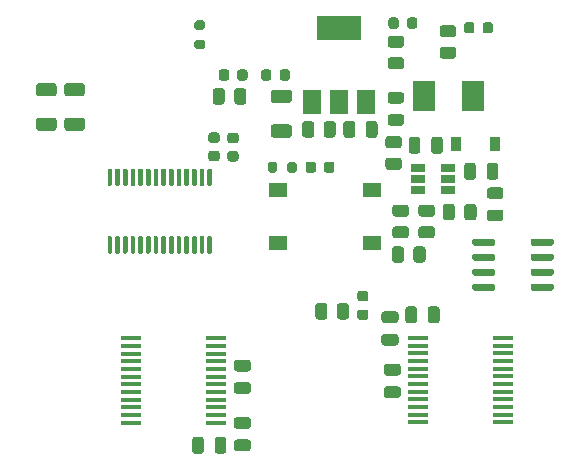
<source format=gbr>
%TF.GenerationSoftware,KiCad,Pcbnew,5.1.10*%
%TF.CreationDate,2021-06-13T09:42:38+02:00*%
%TF.ProjectId,nsumo,6e73756d-6f2e-46b6-9963-61645f706362,rev?*%
%TF.SameCoordinates,Original*%
%TF.FileFunction,Paste,Top*%
%TF.FilePolarity,Positive*%
%FSLAX46Y46*%
G04 Gerber Fmt 4.6, Leading zero omitted, Abs format (unit mm)*
G04 Created by KiCad (PCBNEW 5.1.10) date 2021-06-13 09:42:38*
%MOMM*%
%LPD*%
G01*
G04 APERTURE LIST*
%ADD10R,1.500000X2.000000*%
%ADD11R,3.800000X2.000000*%
%ADD12R,1.550000X1.300000*%
%ADD13R,1.220000X0.650000*%
%ADD14R,1.900000X2.500000*%
%ADD15R,0.900000X1.200000*%
%ADD16R,1.750000X0.450000*%
G04 APERTURE END LIST*
%TO.C,U7*%
G36*
G01*
X71000000Y-119495000D02*
X71000000Y-119195000D01*
G75*
G02*
X71150000Y-119045000I150000J0D01*
G01*
X72800000Y-119045000D01*
G75*
G02*
X72950000Y-119195000I0J-150000D01*
G01*
X72950000Y-119495000D01*
G75*
G02*
X72800000Y-119645000I-150000J0D01*
G01*
X71150000Y-119645000D01*
G75*
G02*
X71000000Y-119495000I0J150000D01*
G01*
G37*
G36*
G01*
X71000000Y-120765000D02*
X71000000Y-120465000D01*
G75*
G02*
X71150000Y-120315000I150000J0D01*
G01*
X72800000Y-120315000D01*
G75*
G02*
X72950000Y-120465000I0J-150000D01*
G01*
X72950000Y-120765000D01*
G75*
G02*
X72800000Y-120915000I-150000J0D01*
G01*
X71150000Y-120915000D01*
G75*
G02*
X71000000Y-120765000I0J150000D01*
G01*
G37*
G36*
G01*
X71000000Y-122035000D02*
X71000000Y-121735000D01*
G75*
G02*
X71150000Y-121585000I150000J0D01*
G01*
X72800000Y-121585000D01*
G75*
G02*
X72950000Y-121735000I0J-150000D01*
G01*
X72950000Y-122035000D01*
G75*
G02*
X72800000Y-122185000I-150000J0D01*
G01*
X71150000Y-122185000D01*
G75*
G02*
X71000000Y-122035000I0J150000D01*
G01*
G37*
G36*
G01*
X71000000Y-123305000D02*
X71000000Y-123005000D01*
G75*
G02*
X71150000Y-122855000I150000J0D01*
G01*
X72800000Y-122855000D01*
G75*
G02*
X72950000Y-123005000I0J-150000D01*
G01*
X72950000Y-123305000D01*
G75*
G02*
X72800000Y-123455000I-150000J0D01*
G01*
X71150000Y-123455000D01*
G75*
G02*
X71000000Y-123305000I0J150000D01*
G01*
G37*
G36*
G01*
X66050000Y-123305000D02*
X66050000Y-123005000D01*
G75*
G02*
X66200000Y-122855000I150000J0D01*
G01*
X67850000Y-122855000D01*
G75*
G02*
X68000000Y-123005000I0J-150000D01*
G01*
X68000000Y-123305000D01*
G75*
G02*
X67850000Y-123455000I-150000J0D01*
G01*
X66200000Y-123455000D01*
G75*
G02*
X66050000Y-123305000I0J150000D01*
G01*
G37*
G36*
G01*
X66050000Y-122035000D02*
X66050000Y-121735000D01*
G75*
G02*
X66200000Y-121585000I150000J0D01*
G01*
X67850000Y-121585000D01*
G75*
G02*
X68000000Y-121735000I0J-150000D01*
G01*
X68000000Y-122035000D01*
G75*
G02*
X67850000Y-122185000I-150000J0D01*
G01*
X66200000Y-122185000D01*
G75*
G02*
X66050000Y-122035000I0J150000D01*
G01*
G37*
G36*
G01*
X66050000Y-120765000D02*
X66050000Y-120465000D01*
G75*
G02*
X66200000Y-120315000I150000J0D01*
G01*
X67850000Y-120315000D01*
G75*
G02*
X68000000Y-120465000I0J-150000D01*
G01*
X68000000Y-120765000D01*
G75*
G02*
X67850000Y-120915000I-150000J0D01*
G01*
X66200000Y-120915000D01*
G75*
G02*
X66050000Y-120765000I0J150000D01*
G01*
G37*
G36*
G01*
X66050000Y-119495000D02*
X66050000Y-119195000D01*
G75*
G02*
X66200000Y-119045000I150000J0D01*
G01*
X67850000Y-119045000D01*
G75*
G02*
X68000000Y-119195000I0J-150000D01*
G01*
X68000000Y-119495000D01*
G75*
G02*
X67850000Y-119645000I-150000J0D01*
G01*
X66200000Y-119645000D01*
G75*
G02*
X66050000Y-119495000I0J150000D01*
G01*
G37*
%TD*%
%TO.C,C3*%
G36*
G01*
X50550001Y-107575000D02*
X49249999Y-107575000D01*
G75*
G02*
X49000000Y-107325001I0J249999D01*
G01*
X49000000Y-106674999D01*
G75*
G02*
X49249999Y-106425000I249999J0D01*
G01*
X50550001Y-106425000D01*
G75*
G02*
X50800000Y-106674999I0J-249999D01*
G01*
X50800000Y-107325001D01*
G75*
G02*
X50550001Y-107575000I-249999J0D01*
G01*
G37*
G36*
G01*
X50550001Y-110525000D02*
X49249999Y-110525000D01*
G75*
G02*
X49000000Y-110275001I0J249999D01*
G01*
X49000000Y-109624999D01*
G75*
G02*
X49249999Y-109375000I249999J0D01*
G01*
X50550001Y-109375000D01*
G75*
G02*
X50800000Y-109624999I0J-249999D01*
G01*
X50800000Y-110275001D01*
G75*
G02*
X50550001Y-110525000I-249999J0D01*
G01*
G37*
%TD*%
%TO.C,C14*%
G36*
G01*
X62300000Y-125975000D02*
X62300000Y-125025000D01*
G75*
G02*
X62550000Y-124775000I250000J0D01*
G01*
X63050000Y-124775000D01*
G75*
G02*
X63300000Y-125025000I0J-250000D01*
G01*
X63300000Y-125975000D01*
G75*
G02*
X63050000Y-126225000I-250000J0D01*
G01*
X62550000Y-126225000D01*
G75*
G02*
X62300000Y-125975000I0J250000D01*
G01*
G37*
G36*
G01*
X60400000Y-125975000D02*
X60400000Y-125025000D01*
G75*
G02*
X60650000Y-124775000I250000J0D01*
G01*
X61150000Y-124775000D01*
G75*
G02*
X61400000Y-125025000I0J-250000D01*
G01*
X61400000Y-125975000D01*
G75*
G02*
X61150000Y-126225000I-250000J0D01*
G01*
X60650000Y-126225000D01*
G75*
G02*
X60400000Y-125975000I0J250000D01*
G01*
G37*
%TD*%
%TO.C,C13*%
G36*
G01*
X47075000Y-135150000D02*
X46125000Y-135150000D01*
G75*
G02*
X45875000Y-134900000I0J250000D01*
G01*
X45875000Y-134400000D01*
G75*
G02*
X46125000Y-134150000I250000J0D01*
G01*
X47075000Y-134150000D01*
G75*
G02*
X47325000Y-134400000I0J-250000D01*
G01*
X47325000Y-134900000D01*
G75*
G02*
X47075000Y-135150000I-250000J0D01*
G01*
G37*
G36*
G01*
X47075000Y-137050000D02*
X46125000Y-137050000D01*
G75*
G02*
X45875000Y-136800000I0J250000D01*
G01*
X45875000Y-136300000D01*
G75*
G02*
X46125000Y-136050000I250000J0D01*
G01*
X47075000Y-136050000D01*
G75*
G02*
X47325000Y-136300000I0J-250000D01*
G01*
X47325000Y-136800000D01*
G75*
G02*
X47075000Y-137050000I-250000J0D01*
G01*
G37*
%TD*%
%TO.C,C12*%
G36*
G01*
X58625000Y-127100000D02*
X59575000Y-127100000D01*
G75*
G02*
X59825000Y-127350000I0J-250000D01*
G01*
X59825000Y-127850000D01*
G75*
G02*
X59575000Y-128100000I-250000J0D01*
G01*
X58625000Y-128100000D01*
G75*
G02*
X58375000Y-127850000I0J250000D01*
G01*
X58375000Y-127350000D01*
G75*
G02*
X58625000Y-127100000I250000J0D01*
G01*
G37*
G36*
G01*
X58625000Y-125200000D02*
X59575000Y-125200000D01*
G75*
G02*
X59825000Y-125450000I0J-250000D01*
G01*
X59825000Y-125950000D01*
G75*
G02*
X59575000Y-126200000I-250000J0D01*
G01*
X58625000Y-126200000D01*
G75*
G02*
X58375000Y-125950000I0J250000D01*
G01*
X58375000Y-125450000D01*
G75*
G02*
X58625000Y-125200000I250000J0D01*
G01*
G37*
%TD*%
%TO.C,C11*%
G36*
G01*
X43350000Y-136075000D02*
X43350000Y-137025000D01*
G75*
G02*
X43100000Y-137275000I-250000J0D01*
G01*
X42600000Y-137275000D01*
G75*
G02*
X42350000Y-137025000I0J250000D01*
G01*
X42350000Y-136075000D01*
G75*
G02*
X42600000Y-135825000I250000J0D01*
G01*
X43100000Y-135825000D01*
G75*
G02*
X43350000Y-136075000I0J-250000D01*
G01*
G37*
G36*
G01*
X45250000Y-136075000D02*
X45250000Y-137025000D01*
G75*
G02*
X45000000Y-137275000I-250000J0D01*
G01*
X44500000Y-137275000D01*
G75*
G02*
X44250000Y-137025000I0J250000D01*
G01*
X44250000Y-136075000D01*
G75*
G02*
X44500000Y-135825000I250000J0D01*
G01*
X45000000Y-135825000D01*
G75*
G02*
X45250000Y-136075000I0J-250000D01*
G01*
G37*
%TD*%
%TO.C,C10*%
G36*
G01*
X59775000Y-130650000D02*
X58825000Y-130650000D01*
G75*
G02*
X58575000Y-130400000I0J250000D01*
G01*
X58575000Y-129900000D01*
G75*
G02*
X58825000Y-129650000I250000J0D01*
G01*
X59775000Y-129650000D01*
G75*
G02*
X60025000Y-129900000I0J-250000D01*
G01*
X60025000Y-130400000D01*
G75*
G02*
X59775000Y-130650000I-250000J0D01*
G01*
G37*
G36*
G01*
X59775000Y-132550000D02*
X58825000Y-132550000D01*
G75*
G02*
X58575000Y-132300000I0J250000D01*
G01*
X58575000Y-131800000D01*
G75*
G02*
X58825000Y-131550000I250000J0D01*
G01*
X59775000Y-131550000D01*
G75*
G02*
X60025000Y-131800000I0J-250000D01*
G01*
X60025000Y-132300000D01*
G75*
G02*
X59775000Y-132550000I-250000J0D01*
G01*
G37*
%TD*%
%TO.C,C9*%
G36*
G01*
X46125000Y-131200000D02*
X47075000Y-131200000D01*
G75*
G02*
X47325000Y-131450000I0J-250000D01*
G01*
X47325000Y-131950000D01*
G75*
G02*
X47075000Y-132200000I-250000J0D01*
G01*
X46125000Y-132200000D01*
G75*
G02*
X45875000Y-131950000I0J250000D01*
G01*
X45875000Y-131450000D01*
G75*
G02*
X46125000Y-131200000I250000J0D01*
G01*
G37*
G36*
G01*
X46125000Y-129300000D02*
X47075000Y-129300000D01*
G75*
G02*
X47325000Y-129550000I0J-250000D01*
G01*
X47325000Y-130050000D01*
G75*
G02*
X47075000Y-130300000I-250000J0D01*
G01*
X46125000Y-130300000D01*
G75*
G02*
X45875000Y-130050000I0J250000D01*
G01*
X45875000Y-129550000D01*
G75*
G02*
X46125000Y-129300000I250000J0D01*
G01*
G37*
%TD*%
D10*
%TO.C,U5*%
X52500000Y-107495000D03*
X57100000Y-107495000D03*
X54800000Y-107495000D03*
D11*
X54800000Y-101195000D03*
%TD*%
%TO.C,R9*%
G36*
G01*
X30625002Y-107000000D02*
X29374998Y-107000000D01*
G75*
G02*
X29125000Y-106750002I0J249998D01*
G01*
X29125000Y-106124998D01*
G75*
G02*
X29374998Y-105875000I249998J0D01*
G01*
X30625002Y-105875000D01*
G75*
G02*
X30875000Y-106124998I0J-249998D01*
G01*
X30875000Y-106750002D01*
G75*
G02*
X30625002Y-107000000I-249998J0D01*
G01*
G37*
G36*
G01*
X30625002Y-109925000D02*
X29374998Y-109925000D01*
G75*
G02*
X29125000Y-109675002I0J249998D01*
G01*
X29125000Y-109049998D01*
G75*
G02*
X29374998Y-108800000I249998J0D01*
G01*
X30625002Y-108800000D01*
G75*
G02*
X30875000Y-109049998I0J-249998D01*
G01*
X30875000Y-109675002D01*
G75*
G02*
X30625002Y-109925000I-249998J0D01*
G01*
G37*
%TD*%
%TO.C,R8*%
G36*
G01*
X33025002Y-107000000D02*
X31774998Y-107000000D01*
G75*
G02*
X31525000Y-106750002I0J249998D01*
G01*
X31525000Y-106124998D01*
G75*
G02*
X31774998Y-105875000I249998J0D01*
G01*
X33025002Y-105875000D01*
G75*
G02*
X33275000Y-106124998I0J-249998D01*
G01*
X33275000Y-106750002D01*
G75*
G02*
X33025002Y-107000000I-249998J0D01*
G01*
G37*
G36*
G01*
X33025002Y-109925000D02*
X31774998Y-109925000D01*
G75*
G02*
X31525000Y-109675002I0J249998D01*
G01*
X31525000Y-109049998D01*
G75*
G02*
X31774998Y-108800000I249998J0D01*
G01*
X33025002Y-108800000D01*
G75*
G02*
X33275000Y-109049998I0J-249998D01*
G01*
X33275000Y-109675002D01*
G75*
G02*
X33025002Y-109925000I-249998J0D01*
G01*
G37*
%TD*%
%TO.C,R5*%
G36*
G01*
X54600000Y-125650002D02*
X54600000Y-124749998D01*
G75*
G02*
X54849998Y-124500000I249998J0D01*
G01*
X55375002Y-124500000D01*
G75*
G02*
X55625000Y-124749998I0J-249998D01*
G01*
X55625000Y-125650002D01*
G75*
G02*
X55375002Y-125900000I-249998J0D01*
G01*
X54849998Y-125900000D01*
G75*
G02*
X54600000Y-125650002I0J249998D01*
G01*
G37*
G36*
G01*
X52775000Y-125650002D02*
X52775000Y-124749998D01*
G75*
G02*
X53024998Y-124500000I249998J0D01*
G01*
X53550002Y-124500000D01*
G75*
G02*
X53800000Y-124749998I0J-249998D01*
G01*
X53800000Y-125650002D01*
G75*
G02*
X53550002Y-125900000I-249998J0D01*
G01*
X53024998Y-125900000D01*
G75*
G02*
X52775000Y-125650002I0J249998D01*
G01*
G37*
%TD*%
%TO.C,D5*%
G36*
G01*
X49762500Y-105456250D02*
X49762500Y-104943750D01*
G75*
G02*
X49981250Y-104725000I218750J0D01*
G01*
X50418750Y-104725000D01*
G75*
G02*
X50637500Y-104943750I0J-218750D01*
G01*
X50637500Y-105456250D01*
G75*
G02*
X50418750Y-105675000I-218750J0D01*
G01*
X49981250Y-105675000D01*
G75*
G02*
X49762500Y-105456250I0J218750D01*
G01*
G37*
G36*
G01*
X48187500Y-105456250D02*
X48187500Y-104943750D01*
G75*
G02*
X48406250Y-104725000I218750J0D01*
G01*
X48843750Y-104725000D01*
G75*
G02*
X49062500Y-104943750I0J-218750D01*
G01*
X49062500Y-105456250D01*
G75*
G02*
X48843750Y-105675000I-218750J0D01*
G01*
X48406250Y-105675000D01*
G75*
G02*
X48187500Y-105456250I0J218750D01*
G01*
G37*
%TD*%
D12*
%TO.C,SW1*%
X49650000Y-114950000D03*
X49650000Y-119450000D03*
X57600000Y-119450000D03*
X57600000Y-114950000D03*
%TD*%
D13*
%TO.C,U2*%
X64051000Y-113046000D03*
X64051000Y-113996000D03*
X64051000Y-114946000D03*
X61431000Y-114946000D03*
X61431000Y-113996000D03*
X61431000Y-113046000D03*
%TD*%
%TO.C,R15*%
G36*
G01*
X62650002Y-117200000D02*
X61749998Y-117200000D01*
G75*
G02*
X61500000Y-116950002I0J249998D01*
G01*
X61500000Y-116424998D01*
G75*
G02*
X61749998Y-116175000I249998J0D01*
G01*
X62650002Y-116175000D01*
G75*
G02*
X62900000Y-116424998I0J-249998D01*
G01*
X62900000Y-116950002D01*
G75*
G02*
X62650002Y-117200000I-249998J0D01*
G01*
G37*
G36*
G01*
X62650002Y-119025000D02*
X61749998Y-119025000D01*
G75*
G02*
X61500000Y-118775002I0J249998D01*
G01*
X61500000Y-118249998D01*
G75*
G02*
X61749998Y-118000000I249998J0D01*
G01*
X62650002Y-118000000D01*
G75*
G02*
X62900000Y-118249998I0J-249998D01*
G01*
X62900000Y-118775002D01*
G75*
G02*
X62650002Y-119025000I-249998J0D01*
G01*
G37*
%TD*%
%TO.C,R14*%
G36*
G01*
X61087500Y-120850002D02*
X61087500Y-119949998D01*
G75*
G02*
X61337498Y-119700000I249998J0D01*
G01*
X61862502Y-119700000D01*
G75*
G02*
X62112500Y-119949998I0J-249998D01*
G01*
X62112500Y-120850002D01*
G75*
G02*
X61862502Y-121100000I-249998J0D01*
G01*
X61337498Y-121100000D01*
G75*
G02*
X61087500Y-120850002I0J249998D01*
G01*
G37*
G36*
G01*
X59262500Y-120850002D02*
X59262500Y-119949998D01*
G75*
G02*
X59512498Y-119700000I249998J0D01*
G01*
X60037502Y-119700000D01*
G75*
G02*
X60287500Y-119949998I0J-249998D01*
G01*
X60287500Y-120850002D01*
G75*
G02*
X60037502Y-121100000I-249998J0D01*
G01*
X59512498Y-121100000D01*
G75*
G02*
X59262500Y-120850002I0J249998D01*
G01*
G37*
%TD*%
%TO.C,R13*%
G36*
G01*
X59549998Y-118000000D02*
X60450002Y-118000000D01*
G75*
G02*
X60700000Y-118249998I0J-249998D01*
G01*
X60700000Y-118775002D01*
G75*
G02*
X60450002Y-119025000I-249998J0D01*
G01*
X59549998Y-119025000D01*
G75*
G02*
X59300000Y-118775002I0J249998D01*
G01*
X59300000Y-118249998D01*
G75*
G02*
X59549998Y-118000000I249998J0D01*
G01*
G37*
G36*
G01*
X59549998Y-116175000D02*
X60450002Y-116175000D01*
G75*
G02*
X60700000Y-116424998I0J-249998D01*
G01*
X60700000Y-116950002D01*
G75*
G02*
X60450002Y-117200000I-249998J0D01*
G01*
X59549998Y-117200000D01*
G75*
G02*
X59300000Y-116950002I0J249998D01*
G01*
X59300000Y-116424998D01*
G75*
G02*
X59549998Y-116175000I249998J0D01*
G01*
G37*
%TD*%
%TO.C,R12*%
G36*
G01*
X58949998Y-112200000D02*
X59850002Y-112200000D01*
G75*
G02*
X60100000Y-112449998I0J-249998D01*
G01*
X60100000Y-112975002D01*
G75*
G02*
X59850002Y-113225000I-249998J0D01*
G01*
X58949998Y-113225000D01*
G75*
G02*
X58700000Y-112975002I0J249998D01*
G01*
X58700000Y-112449998D01*
G75*
G02*
X58949998Y-112200000I249998J0D01*
G01*
G37*
G36*
G01*
X58949998Y-110375000D02*
X59850002Y-110375000D01*
G75*
G02*
X60100000Y-110624998I0J-249998D01*
G01*
X60100000Y-111150002D01*
G75*
G02*
X59850002Y-111400000I-249998J0D01*
G01*
X58949998Y-111400000D01*
G75*
G02*
X58700000Y-111150002I0J249998D01*
G01*
X58700000Y-110624998D01*
G75*
G02*
X58949998Y-110375000I249998J0D01*
G01*
G37*
%TD*%
%TO.C,R3*%
G36*
G01*
X64600000Y-116349998D02*
X64600000Y-117250002D01*
G75*
G02*
X64350002Y-117500000I-249998J0D01*
G01*
X63824998Y-117500000D01*
G75*
G02*
X63575000Y-117250002I0J249998D01*
G01*
X63575000Y-116349998D01*
G75*
G02*
X63824998Y-116100000I249998J0D01*
G01*
X64350002Y-116100000D01*
G75*
G02*
X64600000Y-116349998I0J-249998D01*
G01*
G37*
G36*
G01*
X66425000Y-116349998D02*
X66425000Y-117250002D01*
G75*
G02*
X66175002Y-117500000I-249998J0D01*
G01*
X65649998Y-117500000D01*
G75*
G02*
X65400000Y-117250002I0J249998D01*
G01*
X65400000Y-116349998D01*
G75*
G02*
X65649998Y-116100000I249998J0D01*
G01*
X66175002Y-116100000D01*
G75*
G02*
X66425000Y-116349998I0J-249998D01*
G01*
G37*
%TD*%
D14*
%TO.C,L1*%
X66100000Y-107000000D03*
X62000000Y-107000000D03*
%TD*%
%TO.C,F2*%
G36*
G01*
X60056250Y-107612500D02*
X59143750Y-107612500D01*
G75*
G02*
X58900000Y-107368750I0J243750D01*
G01*
X58900000Y-106881250D01*
G75*
G02*
X59143750Y-106637500I243750J0D01*
G01*
X60056250Y-106637500D01*
G75*
G02*
X60300000Y-106881250I0J-243750D01*
G01*
X60300000Y-107368750D01*
G75*
G02*
X60056250Y-107612500I-243750J0D01*
G01*
G37*
G36*
G01*
X60056250Y-109487500D02*
X59143750Y-109487500D01*
G75*
G02*
X58900000Y-109243750I0J243750D01*
G01*
X58900000Y-108756250D01*
G75*
G02*
X59143750Y-108512500I243750J0D01*
G01*
X60056250Y-108512500D01*
G75*
G02*
X60300000Y-108756250I0J-243750D01*
G01*
X60300000Y-109243750D01*
G75*
G02*
X60056250Y-109487500I-243750J0D01*
G01*
G37*
%TD*%
%TO.C,F1*%
G36*
G01*
X68456250Y-115687500D02*
X67543750Y-115687500D01*
G75*
G02*
X67300000Y-115443750I0J243750D01*
G01*
X67300000Y-114956250D01*
G75*
G02*
X67543750Y-114712500I243750J0D01*
G01*
X68456250Y-114712500D01*
G75*
G02*
X68700000Y-114956250I0J-243750D01*
G01*
X68700000Y-115443750D01*
G75*
G02*
X68456250Y-115687500I-243750J0D01*
G01*
G37*
G36*
G01*
X68456250Y-117562500D02*
X67543750Y-117562500D01*
G75*
G02*
X67300000Y-117318750I0J243750D01*
G01*
X67300000Y-116831250D01*
G75*
G02*
X67543750Y-116587500I243750J0D01*
G01*
X68456250Y-116587500D01*
G75*
G02*
X68700000Y-116831250I0J-243750D01*
G01*
X68700000Y-117318750D01*
G75*
G02*
X68456250Y-117562500I-243750J0D01*
G01*
G37*
%TD*%
D15*
%TO.C,D4*%
X68000000Y-111000000D03*
X64700000Y-111000000D03*
%TD*%
%TO.C,C4*%
G36*
G01*
X62577000Y-111616000D02*
X62577000Y-110666000D01*
G75*
G02*
X62827000Y-110416000I250000J0D01*
G01*
X63327000Y-110416000D01*
G75*
G02*
X63577000Y-110666000I0J-250000D01*
G01*
X63577000Y-111616000D01*
G75*
G02*
X63327000Y-111866000I-250000J0D01*
G01*
X62827000Y-111866000D01*
G75*
G02*
X62577000Y-111616000I0J250000D01*
G01*
G37*
G36*
G01*
X60677000Y-111616000D02*
X60677000Y-110666000D01*
G75*
G02*
X60927000Y-110416000I250000J0D01*
G01*
X61427000Y-110416000D01*
G75*
G02*
X61677000Y-110666000I0J-250000D01*
G01*
X61677000Y-111616000D01*
G75*
G02*
X61427000Y-111866000I-250000J0D01*
G01*
X60927000Y-111866000D01*
G75*
G02*
X60677000Y-111616000I0J250000D01*
G01*
G37*
%TD*%
%TO.C,C1*%
G36*
G01*
X67281000Y-113821000D02*
X67281000Y-112871000D01*
G75*
G02*
X67531000Y-112621000I250000J0D01*
G01*
X68031000Y-112621000D01*
G75*
G02*
X68281000Y-112871000I0J-250000D01*
G01*
X68281000Y-113821000D01*
G75*
G02*
X68031000Y-114071000I-250000J0D01*
G01*
X67531000Y-114071000D01*
G75*
G02*
X67281000Y-113821000I0J250000D01*
G01*
G37*
G36*
G01*
X65381000Y-113821000D02*
X65381000Y-112871000D01*
G75*
G02*
X65631000Y-112621000I250000J0D01*
G01*
X66131000Y-112621000D01*
G75*
G02*
X66381000Y-112871000I0J-250000D01*
G01*
X66381000Y-113821000D01*
G75*
G02*
X66131000Y-114071000I-250000J0D01*
G01*
X65631000Y-114071000D01*
G75*
G02*
X65381000Y-113821000I0J250000D01*
G01*
G37*
%TD*%
%TO.C,R10*%
G36*
G01*
X45112500Y-106549998D02*
X45112500Y-107450002D01*
G75*
G02*
X44862502Y-107700000I-249998J0D01*
G01*
X44337498Y-107700000D01*
G75*
G02*
X44087500Y-107450002I0J249998D01*
G01*
X44087500Y-106549998D01*
G75*
G02*
X44337498Y-106300000I249998J0D01*
G01*
X44862502Y-106300000D01*
G75*
G02*
X45112500Y-106549998I0J-249998D01*
G01*
G37*
G36*
G01*
X46937500Y-106549998D02*
X46937500Y-107450002D01*
G75*
G02*
X46687502Y-107700000I-249998J0D01*
G01*
X46162498Y-107700000D01*
G75*
G02*
X45912500Y-107450002I0J249998D01*
G01*
X45912500Y-106549998D01*
G75*
G02*
X46162498Y-106300000I249998J0D01*
G01*
X46687502Y-106300000D01*
G75*
G02*
X46937500Y-106549998I0J-249998D01*
G01*
G37*
%TD*%
%TO.C,R7*%
G36*
G01*
X64450002Y-102000000D02*
X63549998Y-102000000D01*
G75*
G02*
X63300000Y-101750002I0J249998D01*
G01*
X63300000Y-101224998D01*
G75*
G02*
X63549998Y-100975000I249998J0D01*
G01*
X64450002Y-100975000D01*
G75*
G02*
X64700000Y-101224998I0J-249998D01*
G01*
X64700000Y-101750002D01*
G75*
G02*
X64450002Y-102000000I-249998J0D01*
G01*
G37*
G36*
G01*
X64450002Y-103825000D02*
X63549998Y-103825000D01*
G75*
G02*
X63300000Y-103575002I0J249998D01*
G01*
X63300000Y-103049998D01*
G75*
G02*
X63549998Y-102800000I249998J0D01*
G01*
X64450002Y-102800000D01*
G75*
G02*
X64700000Y-103049998I0J-249998D01*
G01*
X64700000Y-103575002D01*
G75*
G02*
X64450002Y-103825000I-249998J0D01*
G01*
G37*
%TD*%
%TO.C,R6*%
G36*
G01*
X60050002Y-102887500D02*
X59149998Y-102887500D01*
G75*
G02*
X58900000Y-102637502I0J249998D01*
G01*
X58900000Y-102112498D01*
G75*
G02*
X59149998Y-101862500I249998J0D01*
G01*
X60050002Y-101862500D01*
G75*
G02*
X60300000Y-102112498I0J-249998D01*
G01*
X60300000Y-102637502D01*
G75*
G02*
X60050002Y-102887500I-249998J0D01*
G01*
G37*
G36*
G01*
X60050002Y-104712500D02*
X59149998Y-104712500D01*
G75*
G02*
X58900000Y-104462502I0J249998D01*
G01*
X58900000Y-103937498D01*
G75*
G02*
X59149998Y-103687500I249998J0D01*
G01*
X60050002Y-103687500D01*
G75*
G02*
X60300000Y-103937498I0J-249998D01*
G01*
X60300000Y-104462502D01*
G75*
G02*
X60050002Y-104712500I-249998J0D01*
G01*
G37*
%TD*%
%TO.C,R4*%
G36*
G01*
X43275000Y-101375000D02*
X42725000Y-101375000D01*
G75*
G02*
X42525000Y-101175000I0J200000D01*
G01*
X42525000Y-100775000D01*
G75*
G02*
X42725000Y-100575000I200000J0D01*
G01*
X43275000Y-100575000D01*
G75*
G02*
X43475000Y-100775000I0J-200000D01*
G01*
X43475000Y-101175000D01*
G75*
G02*
X43275000Y-101375000I-200000J0D01*
G01*
G37*
G36*
G01*
X43275000Y-103025000D02*
X42725000Y-103025000D01*
G75*
G02*
X42525000Y-102825000I0J200000D01*
G01*
X42525000Y-102425000D01*
G75*
G02*
X42725000Y-102225000I200000J0D01*
G01*
X43275000Y-102225000D01*
G75*
G02*
X43475000Y-102425000I0J-200000D01*
G01*
X43475000Y-102825000D01*
G75*
G02*
X43275000Y-103025000I-200000J0D01*
G01*
G37*
%TD*%
%TO.C,R2*%
G36*
G01*
X52687500Y-109349998D02*
X52687500Y-110250002D01*
G75*
G02*
X52437502Y-110500000I-249998J0D01*
G01*
X51912498Y-110500000D01*
G75*
G02*
X51662500Y-110250002I0J249998D01*
G01*
X51662500Y-109349998D01*
G75*
G02*
X51912498Y-109100000I249998J0D01*
G01*
X52437502Y-109100000D01*
G75*
G02*
X52687500Y-109349998I0J-249998D01*
G01*
G37*
G36*
G01*
X54512500Y-109349998D02*
X54512500Y-110250002D01*
G75*
G02*
X54262502Y-110500000I-249998J0D01*
G01*
X53737498Y-110500000D01*
G75*
G02*
X53487500Y-110250002I0J249998D01*
G01*
X53487500Y-109349998D01*
G75*
G02*
X53737498Y-109100000I249998J0D01*
G01*
X54262502Y-109100000D01*
G75*
G02*
X54512500Y-109349998I0J-249998D01*
G01*
G37*
%TD*%
%TO.C,R1*%
G36*
G01*
X49550000Y-112725000D02*
X49550000Y-113275000D01*
G75*
G02*
X49350000Y-113475000I-200000J0D01*
G01*
X48950000Y-113475000D01*
G75*
G02*
X48750000Y-113275000I0J200000D01*
G01*
X48750000Y-112725000D01*
G75*
G02*
X48950000Y-112525000I200000J0D01*
G01*
X49350000Y-112525000D01*
G75*
G02*
X49550000Y-112725000I0J-200000D01*
G01*
G37*
G36*
G01*
X51200000Y-112725000D02*
X51200000Y-113275000D01*
G75*
G02*
X51000000Y-113475000I-200000J0D01*
G01*
X50600000Y-113475000D01*
G75*
G02*
X50400000Y-113275000I0J200000D01*
G01*
X50400000Y-112725000D01*
G75*
G02*
X50600000Y-112525000I200000J0D01*
G01*
X51000000Y-112525000D01*
G75*
G02*
X51200000Y-112725000I0J-200000D01*
G01*
G37*
%TD*%
%TO.C,D2*%
G36*
G01*
X59837500Y-100543750D02*
X59837500Y-101056250D01*
G75*
G02*
X59618750Y-101275000I-218750J0D01*
G01*
X59181250Y-101275000D01*
G75*
G02*
X58962500Y-101056250I0J218750D01*
G01*
X58962500Y-100543750D01*
G75*
G02*
X59181250Y-100325000I218750J0D01*
G01*
X59618750Y-100325000D01*
G75*
G02*
X59837500Y-100543750I0J-218750D01*
G01*
G37*
G36*
G01*
X61412500Y-100543750D02*
X61412500Y-101056250D01*
G75*
G02*
X61193750Y-101275000I-218750J0D01*
G01*
X60756250Y-101275000D01*
G75*
G02*
X60537500Y-101056250I0J218750D01*
G01*
X60537500Y-100543750D01*
G75*
G02*
X60756250Y-100325000I218750J0D01*
G01*
X61193750Y-100325000D01*
G75*
G02*
X61412500Y-100543750I0J-218750D01*
G01*
G37*
%TD*%
%TO.C,C8*%
G36*
G01*
X44450000Y-110950000D02*
X43950000Y-110950000D01*
G75*
G02*
X43725000Y-110725000I0J225000D01*
G01*
X43725000Y-110275000D01*
G75*
G02*
X43950000Y-110050000I225000J0D01*
G01*
X44450000Y-110050000D01*
G75*
G02*
X44675000Y-110275000I0J-225000D01*
G01*
X44675000Y-110725000D01*
G75*
G02*
X44450000Y-110950000I-225000J0D01*
G01*
G37*
G36*
G01*
X44450000Y-112500000D02*
X43950000Y-112500000D01*
G75*
G02*
X43725000Y-112275000I0J225000D01*
G01*
X43725000Y-111825000D01*
G75*
G02*
X43950000Y-111600000I225000J0D01*
G01*
X44450000Y-111600000D01*
G75*
G02*
X44675000Y-111825000I0J-225000D01*
G01*
X44675000Y-112275000D01*
G75*
G02*
X44450000Y-112500000I-225000J0D01*
G01*
G37*
%TD*%
%TO.C,C7*%
G36*
G01*
X46150000Y-105450000D02*
X46150000Y-104950000D01*
G75*
G02*
X46375000Y-104725000I225000J0D01*
G01*
X46825000Y-104725000D01*
G75*
G02*
X47050000Y-104950000I0J-225000D01*
G01*
X47050000Y-105450000D01*
G75*
G02*
X46825000Y-105675000I-225000J0D01*
G01*
X46375000Y-105675000D01*
G75*
G02*
X46150000Y-105450000I0J225000D01*
G01*
G37*
G36*
G01*
X44600000Y-105450000D02*
X44600000Y-104950000D01*
G75*
G02*
X44825000Y-104725000I225000J0D01*
G01*
X45275000Y-104725000D01*
G75*
G02*
X45500000Y-104950000I0J-225000D01*
G01*
X45500000Y-105450000D01*
G75*
G02*
X45275000Y-105675000I-225000J0D01*
G01*
X44825000Y-105675000D01*
G75*
G02*
X44600000Y-105450000I0J225000D01*
G01*
G37*
%TD*%
%TO.C,C6*%
G36*
G01*
X46050000Y-110975000D02*
X45550000Y-110975000D01*
G75*
G02*
X45325000Y-110750000I0J225000D01*
G01*
X45325000Y-110300000D01*
G75*
G02*
X45550000Y-110075000I225000J0D01*
G01*
X46050000Y-110075000D01*
G75*
G02*
X46275000Y-110300000I0J-225000D01*
G01*
X46275000Y-110750000D01*
G75*
G02*
X46050000Y-110975000I-225000J0D01*
G01*
G37*
G36*
G01*
X46050000Y-112525000D02*
X45550000Y-112525000D01*
G75*
G02*
X45325000Y-112300000I0J225000D01*
G01*
X45325000Y-111850000D01*
G75*
G02*
X45550000Y-111625000I225000J0D01*
G01*
X46050000Y-111625000D01*
G75*
G02*
X46275000Y-111850000I0J-225000D01*
G01*
X46275000Y-112300000D01*
G75*
G02*
X46050000Y-112525000I-225000J0D01*
G01*
G37*
%TD*%
%TO.C,C5*%
G36*
G01*
X53500000Y-113250000D02*
X53500000Y-112750000D01*
G75*
G02*
X53725000Y-112525000I225000J0D01*
G01*
X54175000Y-112525000D01*
G75*
G02*
X54400000Y-112750000I0J-225000D01*
G01*
X54400000Y-113250000D01*
G75*
G02*
X54175000Y-113475000I-225000J0D01*
G01*
X53725000Y-113475000D01*
G75*
G02*
X53500000Y-113250000I0J225000D01*
G01*
G37*
G36*
G01*
X51950000Y-113250000D02*
X51950000Y-112750000D01*
G75*
G02*
X52175000Y-112525000I225000J0D01*
G01*
X52625000Y-112525000D01*
G75*
G02*
X52850000Y-112750000I0J-225000D01*
G01*
X52850000Y-113250000D01*
G75*
G02*
X52625000Y-113475000I-225000J0D01*
G01*
X52175000Y-113475000D01*
G75*
G02*
X51950000Y-113250000I0J225000D01*
G01*
G37*
%TD*%
%TO.C,C2*%
G36*
G01*
X56150000Y-109325000D02*
X56150000Y-110275000D01*
G75*
G02*
X55900000Y-110525000I-250000J0D01*
G01*
X55400000Y-110525000D01*
G75*
G02*
X55150000Y-110275000I0J250000D01*
G01*
X55150000Y-109325000D01*
G75*
G02*
X55400000Y-109075000I250000J0D01*
G01*
X55900000Y-109075000D01*
G75*
G02*
X56150000Y-109325000I0J-250000D01*
G01*
G37*
G36*
G01*
X58050000Y-109325000D02*
X58050000Y-110275000D01*
G75*
G02*
X57800000Y-110525000I-250000J0D01*
G01*
X57300000Y-110525000D01*
G75*
G02*
X57050000Y-110275000I0J250000D01*
G01*
X57050000Y-109325000D01*
G75*
G02*
X57300000Y-109075000I250000J0D01*
G01*
X57800000Y-109075000D01*
G75*
G02*
X58050000Y-109325000I0J-250000D01*
G01*
G37*
%TD*%
D16*
%TO.C,U6*%
X44348000Y-127476000D03*
X44348000Y-128126000D03*
X44348000Y-128776000D03*
X44348000Y-129426000D03*
X44348000Y-130076000D03*
X44348000Y-130726000D03*
X44348000Y-131376000D03*
X44348000Y-132026000D03*
X44348000Y-132676000D03*
X44348000Y-133326000D03*
X44348000Y-133976000D03*
X44348000Y-134626000D03*
X37148000Y-134626000D03*
X37148000Y-133976000D03*
X37148000Y-133326000D03*
X37148000Y-132676000D03*
X37148000Y-132026000D03*
X37148000Y-131376000D03*
X37148000Y-130726000D03*
X37148000Y-130076000D03*
X37148000Y-129426000D03*
X37148000Y-128776000D03*
X37148000Y-128126000D03*
X37148000Y-127476000D03*
%TD*%
%TO.C,U3*%
X61469600Y-134611000D03*
X61469600Y-133961000D03*
X61469600Y-133311000D03*
X61469600Y-132661000D03*
X61469600Y-132011000D03*
X61469600Y-131361000D03*
X61469600Y-130711000D03*
X61469600Y-130061000D03*
X61469600Y-129411000D03*
X61469600Y-128761000D03*
X61469600Y-128111000D03*
X61469600Y-127461000D03*
X68669600Y-127461000D03*
X68669600Y-128111000D03*
X68669600Y-128761000D03*
X68669600Y-129411000D03*
X68669600Y-130061000D03*
X68669600Y-130711000D03*
X68669600Y-131361000D03*
X68669600Y-132011000D03*
X68669600Y-132661000D03*
X68669600Y-133311000D03*
X68669600Y-133961000D03*
X68669600Y-134611000D03*
%TD*%
%TO.C,D3*%
G36*
G01*
X66250000Y-100943750D02*
X66250000Y-101456250D01*
G75*
G02*
X66031250Y-101675000I-218750J0D01*
G01*
X65593750Y-101675000D01*
G75*
G02*
X65375000Y-101456250I0J218750D01*
G01*
X65375000Y-100943750D01*
G75*
G02*
X65593750Y-100725000I218750J0D01*
G01*
X66031250Y-100725000D01*
G75*
G02*
X66250000Y-100943750I0J-218750D01*
G01*
G37*
G36*
G01*
X67825000Y-100943750D02*
X67825000Y-101456250D01*
G75*
G02*
X67606250Y-101675000I-218750J0D01*
G01*
X67168750Y-101675000D01*
G75*
G02*
X66950000Y-101456250I0J218750D01*
G01*
X66950000Y-100943750D01*
G75*
G02*
X67168750Y-100725000I218750J0D01*
G01*
X67606250Y-100725000D01*
G75*
G02*
X67825000Y-100943750I0J-218750D01*
G01*
G37*
%TD*%
%TO.C,D6*%
G36*
G01*
X56543750Y-125050000D02*
X57056250Y-125050000D01*
G75*
G02*
X57275000Y-125268750I0J-218750D01*
G01*
X57275000Y-125706250D01*
G75*
G02*
X57056250Y-125925000I-218750J0D01*
G01*
X56543750Y-125925000D01*
G75*
G02*
X56325000Y-125706250I0J218750D01*
G01*
X56325000Y-125268750D01*
G75*
G02*
X56543750Y-125050000I218750J0D01*
G01*
G37*
G36*
G01*
X56543750Y-123475000D02*
X57056250Y-123475000D01*
G75*
G02*
X57275000Y-123693750I0J-218750D01*
G01*
X57275000Y-124131250D01*
G75*
G02*
X57056250Y-124350000I-218750J0D01*
G01*
X56543750Y-124350000D01*
G75*
G02*
X56325000Y-124131250I0J218750D01*
G01*
X56325000Y-123693750D01*
G75*
G02*
X56543750Y-123475000I218750J0D01*
G01*
G37*
%TD*%
%TO.C,U4*%
G36*
G01*
X43733000Y-118838000D02*
X43933000Y-118838000D01*
G75*
G02*
X44033000Y-118938000I0J-100000D01*
G01*
X44033000Y-120213000D01*
G75*
G02*
X43933000Y-120313000I-100000J0D01*
G01*
X43733000Y-120313000D01*
G75*
G02*
X43633000Y-120213000I0J100000D01*
G01*
X43633000Y-118938000D01*
G75*
G02*
X43733000Y-118838000I100000J0D01*
G01*
G37*
G36*
G01*
X43083000Y-118838000D02*
X43283000Y-118838000D01*
G75*
G02*
X43383000Y-118938000I0J-100000D01*
G01*
X43383000Y-120213000D01*
G75*
G02*
X43283000Y-120313000I-100000J0D01*
G01*
X43083000Y-120313000D01*
G75*
G02*
X42983000Y-120213000I0J100000D01*
G01*
X42983000Y-118938000D01*
G75*
G02*
X43083000Y-118838000I100000J0D01*
G01*
G37*
G36*
G01*
X42433000Y-118838000D02*
X42633000Y-118838000D01*
G75*
G02*
X42733000Y-118938000I0J-100000D01*
G01*
X42733000Y-120213000D01*
G75*
G02*
X42633000Y-120313000I-100000J0D01*
G01*
X42433000Y-120313000D01*
G75*
G02*
X42333000Y-120213000I0J100000D01*
G01*
X42333000Y-118938000D01*
G75*
G02*
X42433000Y-118838000I100000J0D01*
G01*
G37*
G36*
G01*
X41783000Y-118838000D02*
X41983000Y-118838000D01*
G75*
G02*
X42083000Y-118938000I0J-100000D01*
G01*
X42083000Y-120213000D01*
G75*
G02*
X41983000Y-120313000I-100000J0D01*
G01*
X41783000Y-120313000D01*
G75*
G02*
X41683000Y-120213000I0J100000D01*
G01*
X41683000Y-118938000D01*
G75*
G02*
X41783000Y-118838000I100000J0D01*
G01*
G37*
G36*
G01*
X41133000Y-118838000D02*
X41333000Y-118838000D01*
G75*
G02*
X41433000Y-118938000I0J-100000D01*
G01*
X41433000Y-120213000D01*
G75*
G02*
X41333000Y-120313000I-100000J0D01*
G01*
X41133000Y-120313000D01*
G75*
G02*
X41033000Y-120213000I0J100000D01*
G01*
X41033000Y-118938000D01*
G75*
G02*
X41133000Y-118838000I100000J0D01*
G01*
G37*
G36*
G01*
X40483000Y-118838000D02*
X40683000Y-118838000D01*
G75*
G02*
X40783000Y-118938000I0J-100000D01*
G01*
X40783000Y-120213000D01*
G75*
G02*
X40683000Y-120313000I-100000J0D01*
G01*
X40483000Y-120313000D01*
G75*
G02*
X40383000Y-120213000I0J100000D01*
G01*
X40383000Y-118938000D01*
G75*
G02*
X40483000Y-118838000I100000J0D01*
G01*
G37*
G36*
G01*
X39833000Y-118838000D02*
X40033000Y-118838000D01*
G75*
G02*
X40133000Y-118938000I0J-100000D01*
G01*
X40133000Y-120213000D01*
G75*
G02*
X40033000Y-120313000I-100000J0D01*
G01*
X39833000Y-120313000D01*
G75*
G02*
X39733000Y-120213000I0J100000D01*
G01*
X39733000Y-118938000D01*
G75*
G02*
X39833000Y-118838000I100000J0D01*
G01*
G37*
G36*
G01*
X39183000Y-118838000D02*
X39383000Y-118838000D01*
G75*
G02*
X39483000Y-118938000I0J-100000D01*
G01*
X39483000Y-120213000D01*
G75*
G02*
X39383000Y-120313000I-100000J0D01*
G01*
X39183000Y-120313000D01*
G75*
G02*
X39083000Y-120213000I0J100000D01*
G01*
X39083000Y-118938000D01*
G75*
G02*
X39183000Y-118838000I100000J0D01*
G01*
G37*
G36*
G01*
X38533000Y-118838000D02*
X38733000Y-118838000D01*
G75*
G02*
X38833000Y-118938000I0J-100000D01*
G01*
X38833000Y-120213000D01*
G75*
G02*
X38733000Y-120313000I-100000J0D01*
G01*
X38533000Y-120313000D01*
G75*
G02*
X38433000Y-120213000I0J100000D01*
G01*
X38433000Y-118938000D01*
G75*
G02*
X38533000Y-118838000I100000J0D01*
G01*
G37*
G36*
G01*
X37883000Y-118838000D02*
X38083000Y-118838000D01*
G75*
G02*
X38183000Y-118938000I0J-100000D01*
G01*
X38183000Y-120213000D01*
G75*
G02*
X38083000Y-120313000I-100000J0D01*
G01*
X37883000Y-120313000D01*
G75*
G02*
X37783000Y-120213000I0J100000D01*
G01*
X37783000Y-118938000D01*
G75*
G02*
X37883000Y-118838000I100000J0D01*
G01*
G37*
G36*
G01*
X37233000Y-118838000D02*
X37433000Y-118838000D01*
G75*
G02*
X37533000Y-118938000I0J-100000D01*
G01*
X37533000Y-120213000D01*
G75*
G02*
X37433000Y-120313000I-100000J0D01*
G01*
X37233000Y-120313000D01*
G75*
G02*
X37133000Y-120213000I0J100000D01*
G01*
X37133000Y-118938000D01*
G75*
G02*
X37233000Y-118838000I100000J0D01*
G01*
G37*
G36*
G01*
X36583000Y-118838000D02*
X36783000Y-118838000D01*
G75*
G02*
X36883000Y-118938000I0J-100000D01*
G01*
X36883000Y-120213000D01*
G75*
G02*
X36783000Y-120313000I-100000J0D01*
G01*
X36583000Y-120313000D01*
G75*
G02*
X36483000Y-120213000I0J100000D01*
G01*
X36483000Y-118938000D01*
G75*
G02*
X36583000Y-118838000I100000J0D01*
G01*
G37*
G36*
G01*
X35933000Y-118838000D02*
X36133000Y-118838000D01*
G75*
G02*
X36233000Y-118938000I0J-100000D01*
G01*
X36233000Y-120213000D01*
G75*
G02*
X36133000Y-120313000I-100000J0D01*
G01*
X35933000Y-120313000D01*
G75*
G02*
X35833000Y-120213000I0J100000D01*
G01*
X35833000Y-118938000D01*
G75*
G02*
X35933000Y-118838000I100000J0D01*
G01*
G37*
G36*
G01*
X35283000Y-118838000D02*
X35483000Y-118838000D01*
G75*
G02*
X35583000Y-118938000I0J-100000D01*
G01*
X35583000Y-120213000D01*
G75*
G02*
X35483000Y-120313000I-100000J0D01*
G01*
X35283000Y-120313000D01*
G75*
G02*
X35183000Y-120213000I0J100000D01*
G01*
X35183000Y-118938000D01*
G75*
G02*
X35283000Y-118838000I100000J0D01*
G01*
G37*
G36*
G01*
X35283000Y-113113000D02*
X35483000Y-113113000D01*
G75*
G02*
X35583000Y-113213000I0J-100000D01*
G01*
X35583000Y-114488000D01*
G75*
G02*
X35483000Y-114588000I-100000J0D01*
G01*
X35283000Y-114588000D01*
G75*
G02*
X35183000Y-114488000I0J100000D01*
G01*
X35183000Y-113213000D01*
G75*
G02*
X35283000Y-113113000I100000J0D01*
G01*
G37*
G36*
G01*
X35933000Y-113113000D02*
X36133000Y-113113000D01*
G75*
G02*
X36233000Y-113213000I0J-100000D01*
G01*
X36233000Y-114488000D01*
G75*
G02*
X36133000Y-114588000I-100000J0D01*
G01*
X35933000Y-114588000D01*
G75*
G02*
X35833000Y-114488000I0J100000D01*
G01*
X35833000Y-113213000D01*
G75*
G02*
X35933000Y-113113000I100000J0D01*
G01*
G37*
G36*
G01*
X36583000Y-113113000D02*
X36783000Y-113113000D01*
G75*
G02*
X36883000Y-113213000I0J-100000D01*
G01*
X36883000Y-114488000D01*
G75*
G02*
X36783000Y-114588000I-100000J0D01*
G01*
X36583000Y-114588000D01*
G75*
G02*
X36483000Y-114488000I0J100000D01*
G01*
X36483000Y-113213000D01*
G75*
G02*
X36583000Y-113113000I100000J0D01*
G01*
G37*
G36*
G01*
X37233000Y-113113000D02*
X37433000Y-113113000D01*
G75*
G02*
X37533000Y-113213000I0J-100000D01*
G01*
X37533000Y-114488000D01*
G75*
G02*
X37433000Y-114588000I-100000J0D01*
G01*
X37233000Y-114588000D01*
G75*
G02*
X37133000Y-114488000I0J100000D01*
G01*
X37133000Y-113213000D01*
G75*
G02*
X37233000Y-113113000I100000J0D01*
G01*
G37*
G36*
G01*
X37883000Y-113113000D02*
X38083000Y-113113000D01*
G75*
G02*
X38183000Y-113213000I0J-100000D01*
G01*
X38183000Y-114488000D01*
G75*
G02*
X38083000Y-114588000I-100000J0D01*
G01*
X37883000Y-114588000D01*
G75*
G02*
X37783000Y-114488000I0J100000D01*
G01*
X37783000Y-113213000D01*
G75*
G02*
X37883000Y-113113000I100000J0D01*
G01*
G37*
G36*
G01*
X38533000Y-113113000D02*
X38733000Y-113113000D01*
G75*
G02*
X38833000Y-113213000I0J-100000D01*
G01*
X38833000Y-114488000D01*
G75*
G02*
X38733000Y-114588000I-100000J0D01*
G01*
X38533000Y-114588000D01*
G75*
G02*
X38433000Y-114488000I0J100000D01*
G01*
X38433000Y-113213000D01*
G75*
G02*
X38533000Y-113113000I100000J0D01*
G01*
G37*
G36*
G01*
X39183000Y-113113000D02*
X39383000Y-113113000D01*
G75*
G02*
X39483000Y-113213000I0J-100000D01*
G01*
X39483000Y-114488000D01*
G75*
G02*
X39383000Y-114588000I-100000J0D01*
G01*
X39183000Y-114588000D01*
G75*
G02*
X39083000Y-114488000I0J100000D01*
G01*
X39083000Y-113213000D01*
G75*
G02*
X39183000Y-113113000I100000J0D01*
G01*
G37*
G36*
G01*
X39833000Y-113113000D02*
X40033000Y-113113000D01*
G75*
G02*
X40133000Y-113213000I0J-100000D01*
G01*
X40133000Y-114488000D01*
G75*
G02*
X40033000Y-114588000I-100000J0D01*
G01*
X39833000Y-114588000D01*
G75*
G02*
X39733000Y-114488000I0J100000D01*
G01*
X39733000Y-113213000D01*
G75*
G02*
X39833000Y-113113000I100000J0D01*
G01*
G37*
G36*
G01*
X40483000Y-113113000D02*
X40683000Y-113113000D01*
G75*
G02*
X40783000Y-113213000I0J-100000D01*
G01*
X40783000Y-114488000D01*
G75*
G02*
X40683000Y-114588000I-100000J0D01*
G01*
X40483000Y-114588000D01*
G75*
G02*
X40383000Y-114488000I0J100000D01*
G01*
X40383000Y-113213000D01*
G75*
G02*
X40483000Y-113113000I100000J0D01*
G01*
G37*
G36*
G01*
X41133000Y-113113000D02*
X41333000Y-113113000D01*
G75*
G02*
X41433000Y-113213000I0J-100000D01*
G01*
X41433000Y-114488000D01*
G75*
G02*
X41333000Y-114588000I-100000J0D01*
G01*
X41133000Y-114588000D01*
G75*
G02*
X41033000Y-114488000I0J100000D01*
G01*
X41033000Y-113213000D01*
G75*
G02*
X41133000Y-113113000I100000J0D01*
G01*
G37*
G36*
G01*
X41783000Y-113113000D02*
X41983000Y-113113000D01*
G75*
G02*
X42083000Y-113213000I0J-100000D01*
G01*
X42083000Y-114488000D01*
G75*
G02*
X41983000Y-114588000I-100000J0D01*
G01*
X41783000Y-114588000D01*
G75*
G02*
X41683000Y-114488000I0J100000D01*
G01*
X41683000Y-113213000D01*
G75*
G02*
X41783000Y-113113000I100000J0D01*
G01*
G37*
G36*
G01*
X42433000Y-113113000D02*
X42633000Y-113113000D01*
G75*
G02*
X42733000Y-113213000I0J-100000D01*
G01*
X42733000Y-114488000D01*
G75*
G02*
X42633000Y-114588000I-100000J0D01*
G01*
X42433000Y-114588000D01*
G75*
G02*
X42333000Y-114488000I0J100000D01*
G01*
X42333000Y-113213000D01*
G75*
G02*
X42433000Y-113113000I100000J0D01*
G01*
G37*
G36*
G01*
X43083000Y-113113000D02*
X43283000Y-113113000D01*
G75*
G02*
X43383000Y-113213000I0J-100000D01*
G01*
X43383000Y-114488000D01*
G75*
G02*
X43283000Y-114588000I-100000J0D01*
G01*
X43083000Y-114588000D01*
G75*
G02*
X42983000Y-114488000I0J100000D01*
G01*
X42983000Y-113213000D01*
G75*
G02*
X43083000Y-113113000I100000J0D01*
G01*
G37*
G36*
G01*
X43733000Y-113113000D02*
X43933000Y-113113000D01*
G75*
G02*
X44033000Y-113213000I0J-100000D01*
G01*
X44033000Y-114488000D01*
G75*
G02*
X43933000Y-114588000I-100000J0D01*
G01*
X43733000Y-114588000D01*
G75*
G02*
X43633000Y-114488000I0J100000D01*
G01*
X43633000Y-113213000D01*
G75*
G02*
X43733000Y-113113000I100000J0D01*
G01*
G37*
%TD*%
M02*

</source>
